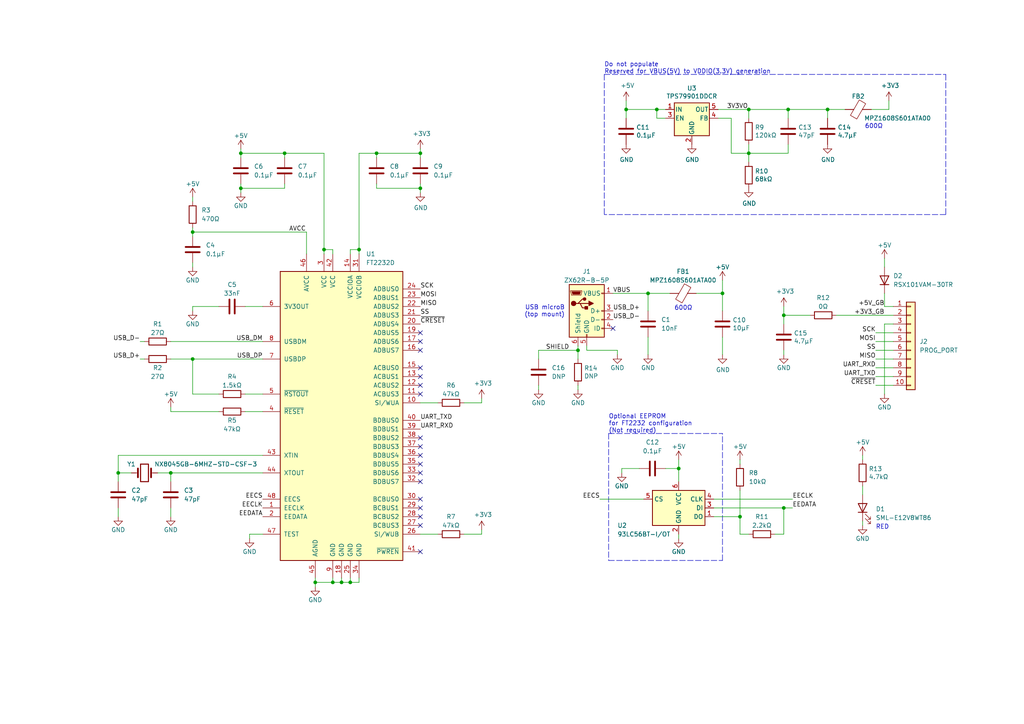
<source format=kicad_sch>
(kicad_sch (version 20211123) (generator eeschema)
  (paper "A4")
  (title_block (title "tsuraraGB Programmer PCB") (rev "A"))
  (lib_symbols
    (symbol "Connector:USB_B_Micro" (pin_names (offset 1.016))
      (property "Reference" "J" (at -5.08 11.43 0))
      (property "Value" "USB_B_Micro" (at -5.08 8.89 0))
      (symbol "USB_B_Micro_0_1"
        (rectangle (start -5.08 -7.62) (end 5.08 7.62) (stroke (width 0.254)) (fill (type background)))
        (circle (center -3.81 2.159) (radius 0.635) (stroke (width 0.254)) (fill (type outline)))
        (circle (center -0.635 3.429) (radius 0.381) (stroke (width 0.254)) (fill (type outline)))
        (rectangle (start -0.127 -7.62) (end 0.127 -6.858))
        (polyline (pts (xy -1.905 2.159) (xy 0.635 2.159)) (stroke (width 0.254)))
        (polyline (pts (xy -3.175 2.159) (xy -2.54 2.159) (xy -1.27 3.429) (xy -0.635 3.429)) (stroke (width 0.254)))
        (polyline (pts (xy -2.54 2.159) (xy -1.905 2.159) (xy -1.27 0.889) (xy 0 0.889)) (stroke (width 0.254)))
        (polyline (pts (xy 0.635 2.794) (xy 0.635 1.524) (xy 1.905 2.159) (xy 0.635 2.794)) (stroke (width 0.254)) (fill (type outline)))
        (polyline (pts (xy -4.318 5.588) (xy -1.778 5.588) (xy -2.032 4.826) (xy -4.064 4.826) (xy -4.318 5.588)) (fill (type outline)))
        (polyline (pts (xy -4.699 5.842) (xy -4.699 5.588) (xy -4.445 4.826) (xy -4.445 4.572) (xy -1.651 4.572) (xy -1.651 4.826) (xy -1.397 5.588) (xy -1.397 5.842) (xy -4.699 5.842)))
        (rectangle (start 0.254 1.27) (end -0.508 0.508) (stroke (width 0.254)) (fill (type outline)))
        (rectangle (start 5.08 -5.207) (end 4.318 -4.953))
        (rectangle (start 5.08 -2.667) (end 4.318 -2.413))
        (rectangle (start 5.08 -0.127) (end 4.318 0.127))
        (rectangle (start 5.08 4.953) (end 4.318 5.207))
      )
      (symbol "USB_B_Micro_1_1"
        (pin power_out line (at 7.62 5.08 180) (length 2.54) (name "VBUS") (number "1"))
        (pin bidirectional line (at 7.62 -2.54 180) (length 2.54) (name "D-") (number "2"))
        (pin bidirectional line (at 7.62 0 180) (length 2.54) (name "D+") (number "3"))
        (pin passive line (at 7.62 -5.08 180) (length 2.54) (name "ID") (number "4"))
        (pin power_out line (at 0 -10.16 90) (length 2.54) (name "GND") (number "5"))
        (pin passive line (at -2.54 -10.16 90) (length 2.54) (name "Shield") (number "6"))
      )
    )
    (symbol "Connector_Generic:Conn_01x10" (pin_names (offset 1.016) hide)
      (property "Reference" "J" (at 0 12.7 0))
      (property "Value" "Conn_01x10" (at 0 -15.24 0))
      (symbol "Conn_01x10_1_1"
        (rectangle (start -1.27 -12.573) (end 0 -12.827) (stroke (width 0.1524)))
        (rectangle (start -1.27 -10.033) (end 0 -10.287) (stroke (width 0.1524)))
        (rectangle (start -1.27 -7.493) (end 0 -7.747) (stroke (width 0.1524)))
        (rectangle (start -1.27 -4.953) (end 0 -5.207) (stroke (width 0.1524)))
        (rectangle (start -1.27 -2.413) (end 0 -2.667) (stroke (width 0.1524)))
        (rectangle (start -1.27 0.127) (end 0 -0.127) (stroke (width 0.1524)))
        (rectangle (start -1.27 2.667) (end 0 2.413) (stroke (width 0.1524)))
        (rectangle (start -1.27 5.207) (end 0 4.953) (stroke (width 0.1524)))
        (rectangle (start -1.27 7.747) (end 0 7.493) (stroke (width 0.1524)))
        (rectangle (start -1.27 10.287) (end 0 10.033) (stroke (width 0.1524)))
        (rectangle (start -1.27 11.43) (end 1.27 -13.97) (stroke (width 0.254)) (fill (type background)))
        (pin passive line (at -5.08 10.16 0) (length 3.81) (name "Pin_1") (number "1"))
        (pin passive line (at -5.08 -12.7 0) (length 3.81) (name "Pin_10") (number "10"))
        (pin passive line (at -5.08 7.62 0) (length 3.81) (name "Pin_2") (number "2"))
        (pin passive line (at -5.08 5.08 0) (length 3.81) (name "Pin_3") (number "3"))
        (pin passive line (at -5.08 2.54 0) (length 3.81) (name "Pin_4") (number "4"))
        (pin passive line (at -5.08 0 0) (length 3.81) (name "Pin_5") (number "5"))
        (pin passive line (at -5.08 -2.54 0) (length 3.81) (name "Pin_6") (number "6"))
        (pin passive line (at -5.08 -5.08 0) (length 3.81) (name "Pin_7") (number "7"))
        (pin passive line (at -5.08 -7.62 0) (length 3.81) (name "Pin_8") (number "8"))
        (pin passive line (at -5.08 -10.16 0) (length 3.81) (name "Pin_9") (number "9"))
      )
    )
    (symbol "Device:C" (pin_numbers hide) (pin_names (offset 0.254))
      (property "Reference" "C" (at 0.635 2.54 0))
      (property "Value" "C" (at 0.635 -2.54 0))
      (symbol "C_0_1"
        (polyline (pts (xy -2.032 -0.762) (xy 2.032 -0.762)) (stroke (width 0.508)))
        (polyline (pts (xy -2.032 0.762) (xy 2.032 0.762)) (stroke (width 0.508)))
      )
      (symbol "C_1_1"
        (pin passive line (at 0 3.81 270) (length 2.794) (name "~") (number "1"))
        (pin passive line (at 0 -3.81 90) (length 2.794) (name "~") (number "2"))
      )
    )
    (symbol "Device:Crystal" (pin_numbers hide) (pin_names (offset 1.016) hide)
      (property "Reference" "Y" (at 0 3.81 0))
      (property "Value" "Crystal" (at 0 -3.81 0))
      (symbol "Crystal_0_1"
        (rectangle (start -1.143 2.54) (end 1.143 -2.54) (stroke (width 0.3048)))
        (polyline (pts (xy -2.54 0) (xy -1.905 0)))
        (polyline (pts (xy -1.905 -1.27) (xy -1.905 1.27)) (stroke (width 0.508)))
        (polyline (pts (xy 1.905 -1.27) (xy 1.905 1.27)) (stroke (width 0.508)))
        (polyline (pts (xy 2.54 0) (xy 1.905 0)))
      )
      (symbol "Crystal_1_1"
        (pin passive line (at -3.81 0 0) (length 1.27) (name "1") (number "1"))
        (pin passive line (at 3.81 0 180) (length 1.27) (name "2") (number "2"))
      )
    )
    (symbol "Device:D" (pin_numbers hide) (pin_names (offset 1.016) hide)
      (property "Reference" "D" (at 0 2.54 0))
      (property "Value" "D" (at 0 -2.54 0))
      (symbol "D_0_1"
        (polyline (pts (xy -1.27 1.27) (xy -1.27 -1.27)) (stroke (width 0.254)))
        (polyline (pts (xy 1.27 0) (xy -1.27 0)))
        (polyline (pts (xy 1.27 1.27) (xy 1.27 -1.27) (xy -1.27 0) (xy 1.27 1.27)) (stroke (width 0.254)))
      )
      (symbol "D_1_1"
        (pin passive line (at -3.81 0 0) (length 2.54) (name "K") (number "1"))
        (pin passive line (at 3.81 0 180) (length 2.54) (name "A") (number "2"))
      )
    )
    (symbol "Device:FerriteBead" (pin_numbers hide) (pin_names (offset 0))
      (property "Reference" "FB" (at -3.81 0.635 90))
      (property "Value" "FerriteBead" (at 3.81 0 90))
      (symbol "FerriteBead_0_1"
        (polyline (pts (xy 0 -1.27) (xy 0 -1.2192)))
        (polyline (pts (xy 0 1.27) (xy 0 1.2954)))
        (polyline (pts (xy -2.7686 0.4064) (xy -1.7018 2.2606) (xy 2.7686 -0.3048) (xy 1.6764 -2.159) (xy -2.7686 0.4064)))
      )
      (symbol "FerriteBead_1_1"
        (pin passive line (at 0 3.81 270) (length 2.54) (name "~") (number "1"))
        (pin passive line (at 0 -3.81 90) (length 2.54) (name "~") (number "2"))
      )
    )
    (symbol "Device:LED" (pin_numbers hide) (pin_names (offset 1.016) hide)
      (property "Reference" "D" (at 0 2.54 0))
      (property "Value" "LED" (at 0 -2.54 0))
      (symbol "LED_0_1"
        (polyline (pts (xy -1.27 -1.27) (xy -1.27 1.27)) (stroke (width 0.254)))
        (polyline (pts (xy -1.27 0) (xy 1.27 0)))
        (polyline (pts (xy 1.27 -1.27) (xy 1.27 1.27) (xy -1.27 0) (xy 1.27 -1.27)) (stroke (width 0.254)))
        (polyline (pts (xy -3.048 -0.762) (xy -4.572 -2.286) (xy -3.81 -2.286) (xy -4.572 -2.286) (xy -4.572 -1.524)))
        (polyline (pts (xy -1.778 -0.762) (xy -3.302 -2.286) (xy -2.54 -2.286) (xy -3.302 -2.286) (xy -3.302 -1.524)))
      )
      (symbol "LED_1_1"
        (pin passive line (at -3.81 0 0) (length 2.54) (name "K") (number "1"))
        (pin passive line (at 3.81 0 180) (length 2.54) (name "A") (number "2"))
      )
    )
    (symbol "Device:R" (pin_numbers hide) (pin_names (offset 0))
      (property "Reference" "R" (at 2.032 0 90))
      (property "Value" "R" (at 0 0 90))
      (symbol "R_0_1"
        (rectangle (start -1.016 -2.54) (end 1.016 2.54) (stroke (width 0.254)))
      )
      (symbol "R_1_1"
        (pin passive line (at 0 3.81 270) (length 1.27) (name "~") (number "1"))
        (pin passive line (at 0 -3.81 90) (length 1.27) (name "~") (number "2"))
      )
    )
    (symbol "Interface_USB:FT2232D" (pin_names (offset 1.016))
      (property "Reference" "U" (at -16.51 44.45 0))
      (property "Value" "FT2232D" (at 13.97 44.45 0))
      (symbol "FT2232D_0_1"
        (rectangle (start -17.78 -40.64) (end 17.78 43.18) (stroke (width 0.254)) (fill (type background)))
      )
      (symbol "FT2232D_1_1"
        (pin output line (at -22.86 -25.4 0) (length 5.08) (name "EECLK") (number "1"))
        (pin bidirectional line (at 22.86 5.08 180) (length 5.08) (name "SI/WUA") (number "10"))
        (pin bidirectional line (at 22.86 7.62 180) (length 5.08) (name "ACBUS3") (number "11"))
        (pin bidirectional line (at 22.86 10.16 180) (length 5.08) (name "ACBUS2") (number "12"))
        (pin bidirectional line (at 22.86 12.7 180) (length 5.08) (name "ACBUS1") (number "13"))
        (pin power_in line (at 2.54 48.26 270) (length 5.08) (name "VCCIOA") (number "14"))
        (pin bidirectional line (at 22.86 15.24 180) (length 5.08) (name "ACBUS0") (number "15"))
        (pin bidirectional line (at 22.86 20.32 180) (length 5.08) (name "ADBUS7") (number "16"))
        (pin bidirectional line (at 22.86 22.86 180) (length 5.08) (name "ADBUS6") (number "17"))
        (pin power_in line (at 0 -45.72 90) (length 5.08) (name "GND") (number "18"))
        (pin bidirectional line (at 22.86 25.4 180) (length 5.08) (name "ADBUS5") (number "19"))
        (pin bidirectional line (at -22.86 -27.94 0) (length 5.08) (name "EEDATA") (number "2"))
        (pin bidirectional line (at 22.86 27.94 180) (length 5.08) (name "ADBUS4") (number "20"))
        (pin bidirectional line (at 22.86 30.48 180) (length 5.08) (name "ADBUS3") (number "21"))
        (pin bidirectional line (at 22.86 33.02 180) (length 5.08) (name "ADBUS2") (number "22"))
        (pin bidirectional line (at 22.86 35.56 180) (length 5.08) (name "ADBUS1") (number "23"))
        (pin bidirectional line (at 22.86 38.1 180) (length 5.08) (name "ADBUS0") (number "24"))
        (pin power_in line (at 2.54 -45.72 90) (length 5.08) (name "GND") (number "25"))
        (pin output line (at 22.86 -33.02 180) (length 5.08) (name "SI/WUB") (number "26"))
        (pin output line (at 22.86 -30.48 180) (length 5.08) (name "BCBUS3") (number "27"))
        (pin output line (at 22.86 -27.94 180) (length 5.08) (name "BCBUS2") (number "28"))
        (pin output line (at 22.86 -25.4 180) (length 5.08) (name "BCBUS1") (number "29"))
        (pin power_in line (at -5.08 48.26 270) (length 5.08) (name "VCC") (number "3"))
        (pin output line (at 22.86 -22.86 180) (length 5.08) (name "BCBUS0") (number "30"))
        (pin power_in line (at 5.08 48.26 270) (length 5.08) (name "VCCIOB") (number "31"))
        (pin output line (at 22.86 -17.78 180) (length 5.08) (name "BDBUS7") (number "32"))
        (pin output line (at 22.86 -15.24 180) (length 5.08) (name "BDBUS6") (number "33"))
        (pin power_in line (at 5.08 -45.72 90) (length 5.08) (name "GND") (number "34"))
        (pin output line (at 22.86 -12.7 180) (length 5.08) (name "BDBUS5") (number "35"))
        (pin output line (at 22.86 -10.16 180) (length 5.08) (name "BDBUS4") (number "36"))
        (pin output line (at 22.86 -7.62 180) (length 5.08) (name "BDBUS3") (number "37"))
        (pin output line (at 22.86 -5.08 180) (length 5.08) (name "BDBUS2") (number "38"))
        (pin output line (at 22.86 -2.54 180) (length 5.08) (name "BDBUS1") (number "39"))
        (pin input line (at -22.86 2.54 0) (length 5.08) (name "~{RESET}") (number "4"))
        (pin output line (at 22.86 0 180) (length 5.08) (name "BDBUS0") (number "40"))
        (pin output line (at 22.86 -38.1 180) (length 5.08) (name "~{PWREN}") (number "41"))
        (pin power_in line (at -2.54 48.26 270) (length 5.08) (name "VCC") (number "42"))
        (pin input line (at -22.86 -10.16 0) (length 5.08) (name "XTIN") (number "43"))
        (pin output line (at -22.86 -15.24 0) (length 5.08) (name "XTOUT") (number "44"))
        (pin power_in line (at -7.62 -45.72 90) (length 5.08) (name "AGND") (number "45"))
        (pin power_in line (at -10.16 48.26 270) (length 5.08) (name "AVCC") (number "46"))
        (pin input line (at -22.86 -33.02 0) (length 5.08) (name "TEST") (number "47"))
        (pin bidirectional line (at -22.86 -22.86 0) (length 5.08) (name "EECS") (number "48"))
        (pin output line (at -22.86 7.62 0) (length 5.08) (name "~{RSTOUT}") (number "5"))
        (pin power_out line (at -22.86 33.02 0) (length 5.08) (name "3V3OUT") (number "6"))
        (pin bidirectional line (at -22.86 17.78 0) (length 5.08) (name "USBDP") (number "7"))
        (pin bidirectional line (at -22.86 22.86 0) (length 5.08) (name "USBDM") (number "8"))
        (pin power_in line (at -2.54 -45.72 90) (length 5.08) (name "GND") (number "9"))
      )
    )
    (symbol "Memory_EEPROM:93LCxxBxxOT"
      (property "Reference" "U" (at -6.35 6.35 0))
      (property "Value" "93LCxxBxxOT" (at 7.62 -6.35 0))
      (symbol "93LCxxBxxOT_0_1"
        (rectangle (start -7.62 5.08) (end 7.62 -5.08) (stroke (width 0.254)) (fill (type background)))
      )
      (symbol "93LCxxBxxOT_1_1"
        (pin tri_state line (at 10.16 -2.54 180) (length 2.54) (name "DO") (number "1"))
        (pin power_in line (at 0 -7.62 90) (length 2.54) (name "GND") (number "2"))
        (pin input line (at 10.16 0 180) (length 2.54) (name "DI") (number "3"))
        (pin input line (at 10.16 2.54 180) (length 2.54) (name "CLK") (number "4"))
        (pin input line (at -10.16 2.54 0) (length 2.54) (name "CS") (number "5"))
        (pin power_in line (at 0 7.62 270) (length 2.54) (name "VCC") (number "6"))
      )
    )
    (symbol "TPS79901DDCR:TPS79901DDCR" (pin_names (offset 0.254))
      (property "Reference" "U" (at -3.81 5.715 0))
      (property "Value" "TPS79901DDCR" (at 0 5.715 0))
      (symbol "TPS79901DDCR_1_1"
        (rectangle (start 5.08 -5.08) (end -5.08 4.445) (stroke (width 0.254)) (fill (type background)))
        (pin power_in line (at -7.62 2.54 0) (length 2.54) (name "IN") (number "1"))
        (pin power_in line (at 0 -7.62 90) (length 2.54) (name "GND") (number "2"))
        (pin input line (at -7.62 0 0) (length 2.54) (name "EN") (number "3"))
        (pin input line (at 7.62 0 180) (length 2.54) (name "FB") (number "4"))
        (pin power_out line (at 7.62 2.54 180) (length 2.54) (name "OUT") (number "5"))
      )
    )
    (symbol "power:+3V3" (power) (pin_names (offset 0))
      (property "Value" "+3V3" (at 0 3.556 0))
      (symbol "+3V3_0_1"
        (polyline (pts (xy -0.762 1.27) (xy 0 2.54)))
        (polyline (pts (xy 0 0) (xy 0 2.54)))
        (polyline (pts (xy 0 2.54) (xy 0.762 1.27)))
      )
      (symbol "+3V3_1_1"
        (pin power_in line (at 0 0 90) (length 0) hide (name "+3V3") (number "1"))
      )
    )
    (symbol "power:+5V" (power) (pin_names (offset 0))
      (property "Value" "+5V" (at 0 3.556 0))
      (symbol "+5V_0_1"
        (polyline (pts (xy -0.762 1.27) (xy 0 2.54)))
        (polyline (pts (xy 0 0) (xy 0 2.54)))
        (polyline (pts (xy 0 2.54) (xy 0.762 1.27)))
      )
      (symbol "+5V_1_1"
        (pin power_in line (at 0 0 90) (length 0) hide (name "+5V") (number "1"))
      )
    )
    (symbol "power:GND" (power) (pin_names (offset 0))
      (property "Value" "GND" (at 0 -3.81 0))
      (symbol "GND_0_1"
        (polyline (pts (xy 0 0) (xy 0 -1.27) (xy 1.27 -1.27) (xy 0 -2.54) (xy -1.27 -1.27) (xy 0 -1.27)))
      )
      (symbol "GND_1_1"
        (pin power_in line (at 0 0 270) (length 0) hide (name "GND") (number "1"))
      )
    )
    (symbol "power:PWR_FLAG" (power) (pin_numbers hide) (pin_names (offset 0) hide)
      (property "Value" "PWR_FLAG" (at 0 3.81 0))
      (symbol "PWR_FLAG_0_0"
        (pin power_out line (at 0 0 90) (length 0) (name "pwr") (number "1"))
      )
      (symbol "PWR_FLAG_0_1"
        (polyline (pts (xy 0 0) (xy 0 1.27) (xy -1.016 1.905) (xy 0 2.54) (xy 1.016 1.905) (xy 0 1.27)))
      )
    )
  )
  (junction (at 167.64 101.6))
  (junction (at 217.17 44.45))
  (junction (at 227.33 91.44))
  (junction (at 101.6 168.91))
  (junction (at 121.92 44.45))
  (junction (at 34.29 137.16))
  (junction (at 55.88 104.14))
  (junction (at 209.55 85.09))
  (junction (at 217.17 31.75))
  (junction (at 214.63 149.86))
  (junction (at 228.6 31.75))
  (junction (at 99.06 168.91))
  (junction (at 227.33 147.32))
  (junction (at 91.44 168.91))
  (junction (at 104.14 72.39))
  (junction (at 82.55 44.45))
  (junction (at 69.85 44.45))
  (junction (at 109.22 44.45))
  (junction (at 181.61 31.75))
  (junction (at 69.85 54.61))
  (junction (at 55.88 67.31))
  (junction (at 240.03 31.75))
  (junction (at 187.96 85.09))
  (junction (at 190.5 31.75))
  (junction (at 93.98 72.39))
  (junction (at 96.52 168.91))
  (junction (at 121.92 54.61))
  (junction (at 49.53 137.16))
  (junction (at 196.85 135.89))
  (no_connect (at 177.8 95.25))
  (no_connect (at 121.92 96.52))
  (no_connect (at 121.92 99.06))
  (no_connect (at 121.92 101.6))
  (no_connect (at 121.92 106.68))
  (no_connect (at 121.92 109.22))
  (no_connect (at 121.92 111.76))
  (no_connect (at 121.92 114.3))
  (no_connect (at 121.92 127))
  (no_connect (at 121.92 160.02))
  (no_connect (at 121.92 139.7))
  (no_connect (at 121.92 132.08))
  (no_connect (at 121.92 134.62))
  (no_connect (at 121.92 137.16))
  (no_connect (at 121.92 129.54))
  (no_connect (at 121.92 144.78))
  (no_connect (at 121.92 147.32))
  (no_connect (at 121.92 149.86))
  (no_connect (at 121.92 152.4))
  (wire (pts (xy 82.55 44.45) (xy 69.85 44.45)))
  (wire (pts (xy 99.06 168.91) (xy 96.52 168.91)))
  (wire (pts (xy 256.54 114.3) (xy 256.54 93.98)))
  (wire (pts (xy 254 106.68) (xy 259.08 106.68)))
  (wire (pts (xy 49.53 147.32) (xy 49.53 149.86)))
  (wire (pts (xy 217.17 44.45) (xy 228.6 44.45)))
  (wire (pts (xy 187.96 85.09) (xy 194.31 85.09)))
  (wire (pts (xy 34.29 132.08) (xy 76.2 132.08)))
  (polyline (pts (xy 176.53 162.56) (xy 209.55 162.56)))
  (wire (pts (xy 88.9 67.31) (xy 88.9 73.66)))
  (wire (pts (xy 227.33 154.94) (xy 227.33 147.32)))
  (wire (pts (xy 55.88 76.2) (xy 55.88 77.47)))
  (wire (pts (xy 193.04 135.89) (xy 196.85 135.89)))
  (wire (pts (xy 121.92 53.34) (xy 121.92 54.61)))
  (wire (pts (xy 212.09 44.45) (xy 212.09 34.29)))
  (wire (pts (xy 69.85 53.34) (xy 69.85 54.61)))
  (wire (pts (xy 63.5 119.38) (xy 49.53 119.38)))
  (wire (pts (xy 49.53 104.14) (xy 55.88 104.14)))
  (wire (pts (xy 121.92 44.45) (xy 109.22 44.45)))
  (wire (pts (xy 224.79 154.94) (xy 227.33 154.94)))
  (wire (pts (xy 104.14 72.39) (xy 104.14 44.45)))
  (wire (pts (xy 40.64 104.14) (xy 41.91 104.14)))
  (polyline (pts (xy 175.26 21.59) (xy 274.32 21.59)))
  (polyline (pts (xy 209.55 162.56) (xy 209.55 125.73)))
  (wire (pts (xy 69.85 43.18) (xy 69.85 44.45)))
  (wire (pts (xy 254 96.52) (xy 259.08 96.52)))
  (wire (pts (xy 55.88 57.15) (xy 55.88 58.42)))
  (wire (pts (xy 55.88 66.04) (xy 55.88 67.31)))
  (wire (pts (xy 134.62 116.84) (xy 139.7 116.84)))
  (wire (pts (xy 170.18 101.6) (xy 179.07 101.6)))
  (wire (pts (xy 254 101.6) (xy 259.08 101.6)))
  (polyline (pts (xy 176.53 125.73) (xy 176.53 162.56)))
  (wire (pts (xy 170.18 100.33) (xy 170.18 101.6)))
  (wire (pts (xy 254 104.14) (xy 259.08 104.14)))
  (wire (pts (xy 187.96 85.09) (xy 187.96 90.17)))
  (wire (pts (xy 209.55 97.79) (xy 209.55 102.87)))
  (wire (pts (xy 256.54 74.93) (xy 256.54 77.47)))
  (wire (pts (xy 196.85 133.35) (xy 196.85 135.89)))
  (polyline (pts (xy 175.26 21.59) (xy 175.26 62.23)))
  (wire (pts (xy 82.55 44.45) (xy 93.98 44.45)))
  (wire (pts (xy 180.34 135.89) (xy 180.34 137.16)))
  (wire (pts (xy 185.42 135.89) (xy 180.34 135.89)))
  (wire (pts (xy 196.85 154.94) (xy 196.85 156.21)))
  (wire (pts (xy 173.99 144.78) (xy 186.69 144.78)))
  (wire (pts (xy 134.62 154.94) (xy 139.7 154.94)))
  (wire (pts (xy 212.09 34.29) (xy 208.28 34.29)))
  (polyline (pts (xy 176.53 125.73) (xy 209.55 125.73)))
  (wire (pts (xy 254 109.22) (xy 259.08 109.22)))
  (wire (pts (xy 121.92 54.61) (xy 121.92 55.88)))
  (wire (pts (xy 256.54 93.98) (xy 259.08 93.98)))
  (wire (pts (xy 190.5 34.29) (xy 190.5 31.75)))
  (wire (pts (xy 104.14 167.64) (xy 104.14 168.91)))
  (wire (pts (xy 121.92 116.84) (xy 127 116.84)))
  (wire (pts (xy 72.39 154.94) (xy 72.39 156.21)))
  (wire (pts (xy 179.07 101.6) (xy 179.07 102.87)))
  (wire (pts (xy 254 111.76) (xy 259.08 111.76)))
  (wire (pts (xy 93.98 44.45) (xy 93.98 72.39)))
  (wire (pts (xy 101.6 168.91) (xy 99.06 168.91)))
  (wire (pts (xy 254 99.06) (xy 259.08 99.06)))
  (wire (pts (xy 109.22 53.34) (xy 109.22 54.61)))
  (wire (pts (xy 99.06 167.64) (xy 99.06 168.91)))
  (wire (pts (xy 250.19 151.13) (xy 250.19 152.4)))
  (wire (pts (xy 55.88 88.9) (xy 63.5 88.9)))
  (wire (pts (xy 167.64 104.14) (xy 167.64 101.6)))
  (wire (pts (xy 187.96 97.79) (xy 187.96 102.87)))
  (wire (pts (xy 227.33 91.44) (xy 234.95 91.44)))
  (wire (pts (xy 96.52 167.64) (xy 96.52 168.91)))
  (wire (pts (xy 156.21 101.6) (xy 167.64 101.6)))
  (wire (pts (xy 69.85 54.61) (xy 69.85 55.88)))
  (wire (pts (xy 257.81 29.21) (xy 257.81 31.75)))
  (wire (pts (xy 34.29 147.32) (xy 34.29 149.86)))
  (wire (pts (xy 71.12 114.3) (xy 76.2 114.3)))
  (wire (pts (xy 167.64 100.33) (xy 167.64 101.6)))
  (wire (pts (xy 256.54 88.9) (xy 259.08 88.9)))
  (wire (pts (xy 121.92 45.72) (xy 121.92 44.45)))
  (wire (pts (xy 55.88 67.31) (xy 55.88 68.58)))
  (wire (pts (xy 156.21 111.76) (xy 156.21 113.03)))
  (wire (pts (xy 55.88 114.3) (xy 55.88 104.14)))
  (wire (pts (xy 217.17 41.91) (xy 217.17 44.45)))
  (wire (pts (xy 228.6 44.45) (xy 228.6 41.91)))
  (wire (pts (xy 208.28 31.75) (xy 217.17 31.75)))
  (wire (pts (xy 257.81 31.75) (xy 252.73 31.75)))
  (wire (pts (xy 209.55 81.28) (xy 209.55 85.09)))
  (wire (pts (xy 49.53 137.16) (xy 49.53 139.7)))
  (wire (pts (xy 156.21 104.14) (xy 156.21 101.6)))
  (wire (pts (xy 49.53 119.38) (xy 49.53 118.11)))
  (wire (pts (xy 34.29 132.08) (xy 34.29 137.16)))
  (wire (pts (xy 214.63 133.35) (xy 214.63 134.62)))
  (wire (pts (xy 228.6 31.75) (xy 240.03 31.75)))
  (wire (pts (xy 69.85 44.45) (xy 69.85 45.72)))
  (wire (pts (xy 91.44 167.64) (xy 91.44 168.91)))
  (wire (pts (xy 101.6 73.66) (xy 101.6 72.39)))
  (polyline (pts (xy 274.32 21.59) (xy 274.32 62.23)))
  (wire (pts (xy 181.61 31.75) (xy 190.5 31.75)))
  (wire (pts (xy 190.5 31.75) (xy 193.04 31.75)))
  (wire (pts (xy 196.85 135.89) (xy 196.85 139.7)))
  (wire (pts (xy 121.92 154.94) (xy 127 154.94)))
  (wire (pts (xy 217.17 44.45) (xy 217.17 46.99)))
  (wire (pts (xy 121.92 43.18) (xy 121.92 44.45)))
  (wire (pts (xy 227.33 147.32) (xy 229.87 147.32)))
  (wire (pts (xy 139.7 116.84) (xy 139.7 115.57)))
  (wire (pts (xy 82.55 45.72) (xy 82.55 44.45)))
  (wire (pts (xy 217.17 34.29) (xy 217.17 31.75)))
  (wire (pts (xy 181.61 29.21) (xy 181.61 31.75)))
  (wire (pts (xy 104.14 73.66) (xy 104.14 72.39)))
  (wire (pts (xy 76.2 154.94) (xy 72.39 154.94)))
  (wire (pts (xy 45.72 137.16) (xy 49.53 137.16)))
  (wire (pts (xy 214.63 142.24) (xy 214.63 149.86)))
  (wire (pts (xy 55.88 88.9) (xy 55.88 90.17)))
  (wire (pts (xy 96.52 73.66) (xy 96.52 72.39)))
  (wire (pts (xy 207.01 144.78) (xy 229.87 144.78)))
  (wire (pts (xy 214.63 154.94) (xy 217.17 154.94)))
  (wire (pts (xy 193.04 34.29) (xy 190.5 34.29)))
  (wire (pts (xy 167.64 111.76) (xy 167.64 113.03)))
  (wire (pts (xy 82.55 54.61) (xy 69.85 54.61)))
  (wire (pts (xy 227.33 91.44) (xy 227.33 88.9)))
  (wire (pts (xy 227.33 101.6) (xy 227.33 102.87)))
  (wire (pts (xy 71.12 119.38) (xy 76.2 119.38)))
  (wire (pts (xy 104.14 44.45) (xy 109.22 44.45)))
  (wire (pts (xy 101.6 168.91) (xy 104.14 168.91)))
  (wire (pts (xy 214.63 149.86) (xy 214.63 154.94)))
  (wire (pts (xy 109.22 44.45) (xy 109.22 45.72)))
  (wire (pts (xy 201.93 85.09) (xy 209.55 85.09)))
  (wire (pts (xy 38.1 137.16) (xy 34.29 137.16)))
  (wire (pts (xy 207.01 147.32) (xy 227.33 147.32)))
  (wire (pts (xy 91.44 168.91) (xy 96.52 168.91)))
  (wire (pts (xy 139.7 154.94) (xy 139.7 153.67)))
  (wire (pts (xy 96.52 72.39) (xy 93.98 72.39)))
  (wire (pts (xy 250.19 140.97) (xy 250.19 143.51)))
  (wire (pts (xy 71.12 88.9) (xy 76.2 88.9)))
  (wire (pts (xy 207.01 149.86) (xy 214.63 149.86)))
  (polyline (pts (xy 274.32 62.23) (xy 175.26 62.23)))
  (wire (pts (xy 101.6 167.64) (xy 101.6 168.91)))
  (wire (pts (xy 256.54 85.09) (xy 256.54 88.9)))
  (wire (pts (xy 55.88 67.31) (xy 88.9 67.31)))
  (wire (pts (xy 217.17 44.45) (xy 212.09 44.45)))
  (wire (pts (xy 63.5 114.3) (xy 55.88 114.3)))
  (wire (pts (xy 227.33 93.98) (xy 227.33 91.44)))
  (wire (pts (xy 82.55 53.34) (xy 82.55 54.61)))
  (wire (pts (xy 91.44 168.91) (xy 91.44 170.18)))
  (wire (pts (xy 49.53 137.16) (xy 76.2 137.16)))
  (wire (pts (xy 177.8 85.09) (xy 187.96 85.09)))
  (wire (pts (xy 240.03 31.75) (xy 245.11 31.75)))
  (wire (pts (xy 40.64 99.06) (xy 41.91 99.06)))
  (wire (pts (xy 49.53 99.06) (xy 76.2 99.06)))
  (wire (pts (xy 228.6 34.29) (xy 228.6 31.75)))
  (wire (pts (xy 93.98 72.39) (xy 93.98 73.66)))
  (wire (pts (xy 242.57 91.44) (xy 259.08 91.44)))
  (wire (pts (xy 250.19 132.08) (xy 250.19 133.35)))
  (wire (pts (xy 55.88 104.14) (xy 76.2 104.14)))
  (wire (pts (xy 217.17 31.75) (xy 228.6 31.75)))
  (wire (pts (xy 121.92 54.61) (xy 109.22 54.61)))
  (wire (pts (xy 209.55 85.09) (xy 209.55 90.17)))
  (wire (pts (xy 34.29 137.16) (xy 34.29 139.7)))
  (wire (pts (xy 181.61 34.29) (xy 181.61 31.75)))
  (wire (pts (xy 101.6 72.39) (xy 104.14 72.39)))
  (wire (pts (xy 240.03 31.75) (xy 240.03 34.29)))
  (text "600Ω" (at 195.58 90.17 0) (effects (font (size 1.27 1.27)) (justify left bottom)))
  (text "600Ω" (at 250.825 37.465 0) (effects (font (size 1.27 1.27)) (justify left bottom)))
  (text "USB microB\n(top mount)" (at 163.83 92.075 180) (effects (font (size 1.27 1.27)) (justify right bottom)))
  (text "RED" (at 254 153.67 0) (effects (font (size 1.27 1.27)) (justify left bottom)))
  (text "Do not populate\nReserved for VBUS(5V) to VDDIO(3.3V) generation" (at 175.26 21.59 0) (effects (font (size 1.27 1.27)) (justify left bottom)))
  (text "Optional EEPROM\nfor FT2232 configuration\n(Not required)" (at 176.53 125.73 0) (effects (font (size 1.27 1.27)) (justify left bottom)))
  (label "EEDATA" (at 76.2 149.86 180))
  (label "~{CRESET}" (at 121.92 93.98 0))
  (label "AVCC" (at 330.2 0 0))
  (label "VBUS" (at 177.8 85.09 0))
  (label "USB_D-" (at 177.8 92.71 0))
  (label "USB_D+" (at 177.8 90.17 0))
  (label "SS" (at 254 101.6 180))
  (label "MOSI" (at 121.92 86.36 0))
  (label "EECLK" (at 76.2 147.32 180))
  (label "UART_TXD" (at 254 109.22 180))
  (label "EEDATA" (at 229.87 147.32 0))
  (label "USB_DM" (at 76.2 99.06 180))
  (label "+5V_GB" (at 256.54 88.9 180))
  (label "MISO" (at 121.92 88.9 0))
  (label "AVCC" (at 83.82 67.31 0))
  (label "USB_DP" (at 76.2 104.14 180))
  (label "+3V3_GB" (at 256.54 91.44 180))
  (label "MISO" (at 254 104.14 180))
  (label "SCK" (at 121.92 83.82 0))
  (label "MOSI" (at 254 99.06 180))
  (label "UART_TXD" (at 121.92 121.92 0))
  (label "UART_RXD" (at 254 106.68 180))
  (label "SCK" (at 254 96.52 180))
  (label "EECS" (at 76.2 144.78 180))
  (label "3V3VO" (at 210.82 31.75 0))
  (label "SHIELD" (at 165.1 101.6 180))
  (label "USB_D+" (at 40.64 104.14 180))
  (label "EECS" (at 173.99 144.78 180))
  (label "~{CRESET}" (at 254 111.76 180))
  (label "SS" (at 121.92 91.44 0))
  (label "EECLK" (at 229.87 144.78 0))
  (label "UART_RXD" (at 121.92 124.46 0))
  (label "USB_D-" (at 40.64 99.06 180))
  (symbol (lib_id "Device:FerriteBead") (at 198.12 85.09 270) (unit 1)
    (property "Reference" "FB1" (at 198.12 78.74 90))
    (property "Value" "MPZ1608S601ATA00" (at 198.12 81.28 90))
    (property "Footprint" "Inductor_SMD:L_0603_1608Metric" (effects hide))
  )
  (symbol (lib_id "power:+3V3") (at 257.81 29.21 0) (unit 1)
    (property "Reference" "#PWR031" (effects hide))
    (property "Value" "+3V3" (at 258.191 24.8158 0))
  )
  (symbol (lib_id "Device:R") (at 67.31 114.3 90) (unit 1)
    (property "Reference" "R4" (at 67.31 109.22 90))
    (property "Value" "1.5kΩ" (at 67.31 111.76 90))
    (property "Footprint" "Resistor_SMD:R_0402_1005Metric" (effects hide))
  )
  (symbol (lib_id "power:GND") (at 121.92 55.88 0) (unit 1)
    (property "Reference" "#PWR015" (effects hide))
    (property "Value" "GND" (at 122.047 60.2742 0))
  )
  (symbol (lib_id "power:PWR_FLAG") (at 304.8 0 180) (unit 1)
    (property "Reference" "#FLG01" (effects hide))
    (property "Value" "PWR_FLAG" (at 304.8 5.08 0))
  )
  (symbol (lib_id "power:GND") (at 240.03 41.91 0) (unit 1)
    (property "Reference" "#PWR030" (effects hide))
    (property "Value" "GND" (at 240.157 46.3042 0))
  )
  (symbol (lib_id "Memory_EEPROM:93LCxxBxxOT") (at 196.85 147.32 0) (unit 1)
    (property "Reference" "U2" (at 179.07 152.4 0) (effects (justify left)))
    (property "Value" "93LC56BT-I/OT" (at 179.07 154.94 0) (effects (justify left)))
    (property "Footprint" "Package_TO_SOT_SMD:SOT-23-6" (effects hide))
    (property "Datasheet" "http://ww1.microchip.com/downloads/en/DeviceDoc/20001749K.pdf" (effects hide))
  )
  (symbol (lib_id "power:GND") (at 217.17 54.61 0) (unit 1)
    (property "Reference" "#PWR029" (effects hide))
    (property "Value" "GND" (at 217.297 59.0042 0))
  )
  (symbol (lib_id "Device:R") (at 67.31 119.38 270) (unit 1)
    (property "Reference" "R5" (at 67.31 121.92 90))
    (property "Value" "47kΩ" (at 67.31 124.46 90))
    (property "Footprint" "Resistor_SMD:R_0402_1005Metric" (effects hide))
  )
  (symbol (lib_id "Device:R") (at 167.64 107.95 0) (unit 1)
    (property "Reference" "R14" (at 169.418 106.7816 0) (effects (justify left)))
    (property "Value" "DNP" (at 169.418 109.093 0) (effects (justify left)))
    (property "Footprint" "Resistor_SMD:R_0402_1005Metric" (effects hide))
  )
  (symbol (lib_id "power:+5V") (at 214.63 133.35 0) (unit 1)
    (property "Reference" "#PWR025" (effects hide))
    (property "Value" "+5V" (at 214.63 129.54 0))
  )
  (symbol (lib_id "power:GND") (at 34.29 149.86 0) (unit 1)
    (property "Reference" "#PWR04" (effects hide))
    (property "Value" "GND" (at 34.29 153.67 0))
  )
  (symbol (lib_id "power:GND") (at 181.61 41.91 0) (unit 1)
    (property "Reference" "#PWR020" (effects hide))
    (property "Value" "GND" (at 181.737 46.3042 0))
  )
  (symbol (lib_id "Device:C") (at 209.55 93.98 0) (unit 1)
    (property "Reference" "C10" (at 212.471 92.8116 0) (effects (justify left)))
    (property "Value" "10μF" (at 212.471 95.123 0) (effects (justify left)))
    (property "Footprint" "Capacitor_SMD:C_0603_1608Metric" (effects hide))
  )
  (symbol (lib_id "power:GND") (at 227.33 102.87 0) (unit 1)
    (property "Reference" "#PWR033" (effects hide))
    (property "Value" "GND" (at 227.33 106.68 0))
  )
  (symbol (lib_id "Device:D") (at 256.54 81.28 90) (unit 1)
    (property "Reference" "D2" (at 259.08 80.0099 90) (effects (justify right)))
    (property "Value" "RSX101VAM-30TR" (at 259.08 82.5499 90) (effects (justify right)))
    (property "Footprint" "Diode_SMD:D_TUMD2" (effects hide))
  )
  (symbol (lib_id "power:GND") (at 91.44 170.18 0) (unit 1)
    (property "Reference" "#PWR013" (effects hide))
    (property "Value" "GND" (at 91.44 173.99 0))
  )
  (symbol (lib_id "power:+3V3") (at 139.7 115.57 0) (unit 1)
    (property "Reference" "#PWR016" (effects hide))
    (property "Value" "+3V3" (at 140.081 111.1758 0))
  )
  (symbol (lib_id "Device:R") (at 250.19 137.16 0) (unit 1)
    (property "Reference" "R13" (at 251.968 135.9916 0) (effects (justify left)))
    (property "Value" "4.7kΩ" (at 251.968 138.303 0) (effects (justify left)))
    (property "Footprint" "Resistor_SMD:R_0402_1005Metric" (effects hide))
  )
  (symbol (lib_id "power:GND") (at 256.54 114.3 0) (unit 1)
    (property "Reference" "#PWR027" (effects hide))
    (property "Value" "GND" (at 256.54 118.11 0))
  )
  (symbol (lib_id "power:+5V") (at 250.19 132.08 0) (unit 1)
    (property "Reference" "#PWR035" (effects hide))
    (property "Value" "+5V" (at 250.19 128.27 0))
  )
  (symbol (lib_id "power:GND") (at 180.34 137.16 0) (unit 1)
    (property "Reference" "#PWR021" (effects hide))
    (property "Value" "GND" (at 180.34 140.97 0))
  )
  (symbol (lib_id "power:+5V") (at 55.88 57.15 0) (unit 1)
    (property "Reference" "#PWR07" (effects hide))
    (property "Value" "+5V" (at 55.88 53.34 0))
  )
  (symbol (lib_id "power:+5V") (at 256.54 74.93 0) (unit 1)
    (property "Reference" "#PWR026" (effects hide))
    (property "Value" "+5V" (at 256.54 71.12 0))
  )
  (symbol (lib_id "Device:R") (at 217.17 50.8 0) (unit 1)
    (property "Reference" "R10" (at 218.948 49.6316 0) (effects (justify left)))
    (property "Value" "68kΩ" (at 218.948 51.943 0) (effects (justify left)))
    (property "Footprint" "Resistor_SMD:R_0402_1005Metric" (effects hide))
  )
  (symbol (lib_id "power:+5V") (at 196.85 133.35 0) (unit 1)
    (property "Reference" "#PWR022" (effects hide))
    (property "Value" "+5V" (at 196.85 129.54 0))
  )
  (symbol (lib_id "Device:C") (at 34.29 143.51 0) (unit 1)
    (property "Reference" "C2" (at 38.1 142.2399 0) (effects (justify left)))
    (property "Value" "47pF" (at 38.1 144.7799 0) (effects (justify left)))
    (property "Footprint" "Capacitor_SMD:C_0402_1005Metric" (effects hide))
  )
  (symbol (lib_id "power:GND") (at 200.66 41.91 0) (unit 1)
    (property "Reference" "#PWR024" (effects hide))
    (property "Value" "GND" (at 200.787 46.3042 0))
  )
  (symbol (lib_id "Device:C") (at 55.88 72.39 0) (unit 1)
    (property "Reference" "C4" (at 59.69 71.1199 0) (effects (justify left)))
    (property "Value" "0.1μF" (at 59.69 73.6599 0) (effects (justify left)))
    (property "Footprint" "Capacitor_SMD:C_0402_1005Metric" (effects hide))
  )
  (symbol (lib_id "power:GND") (at 167.64 113.03 0) (unit 1)
    (property "Reference" "#PWR037" (effects hide))
    (property "Value" "GND" (at 167.64 116.84 0))
  )
  (symbol (lib_id "Device:C") (at 49.53 143.51 0) (unit 1)
    (property "Reference" "C3" (at 53.34 142.2399 0) (effects (justify left)))
    (property "Value" "47pF" (at 53.34 144.7799 0) (effects (justify left)))
    (property "Footprint" "Capacitor_SMD:C_0402_1005Metric" (effects hide))
  )
  (symbol (lib_id "Device:C") (at 109.22 49.53 0) (unit 1)
    (property "Reference" "C8" (at 113.03 48.2599 0) (effects (justify left)))
    (property "Value" "0.1μF" (at 113.03 50.7999 0) (effects (justify left)))
    (property "Footprint" "Capacitor_SMD:C_0402_1005Metric" (effects hide))
  )
  (symbol (lib_id "power:GND") (at 196.85 156.21 0) (unit 1)
    (property "Reference" "#PWR023" (effects hide))
    (property "Value" "GND" (at 196.85 160.02 0))
  )
  (symbol (lib_id "Device:R") (at 55.88 62.23 180) (unit 1)
    (property "Reference" "R3" (at 58.42 60.9599 0) (effects (justify right)))
    (property "Value" "470Ω" (at 58.42 63.4999 0) (effects (justify right)))
    (property "Footprint" "Resistor_SMD:R_0402_1005Metric" (effects hide))
  )
  (symbol (lib_id "Device:C") (at 67.31 88.9 90) (unit 1)
    (property "Reference" "C5" (at 67.31 82.55 90))
    (property "Value" "33nF" (at 67.31 85.09 90))
    (property "Footprint" "Capacitor_SMD:C_0402_1005Metric" (effects hide))
  )
  (symbol (lib_id "power:GND") (at 156.21 113.03 0) (unit 1)
    (property "Reference" "#PWR038" (effects hide))
    (property "Value" "GND" (at 156.21 116.84 0))
  )
  (symbol (lib_id "power:PWR_FLAG") (at 330.2 0 180) (unit 1)
    (property "Reference" "#FLG03" (effects hide))
    (property "Value" "PWR_FLAG" (at 330.2 5.08 0))
  )
  (symbol (lib_id "Device:R") (at 130.81 116.84 90) (unit 1)
    (property "Reference" "R6" (at 130.81 111.76 90))
    (property "Value" "47kΩ" (at 130.81 114.3 90))
    (property "Footprint" "Resistor_SMD:R_0402_1005Metric" (effects hide))
  )
  (symbol (lib_id "Device:R") (at 130.81 154.94 90) (unit 1)
    (property "Reference" "R7" (at 130.81 149.86 90))
    (property "Value" "47kΩ" (at 130.81 152.4 90))
    (property "Footprint" "Resistor_SMD:R_0402_1005Metric" (effects hide))
  )
  (symbol (lib_id "power:GND") (at 250.19 152.4 0) (unit 1)
    (property "Reference" "#PWR036" (effects hide))
    (property "Value" "GND" (at 250.19 156.21 0))
  )
  (symbol (lib_id "power:+5V") (at 69.85 43.18 0) (unit 1)
    (property "Reference" "#PWR010" (effects hide))
    (property "Value" "+5V" (at 69.85 39.37 0))
  )
  (symbol (lib_id "Device:LED") (at 250.19 147.32 90) (unit 1)
    (property "Reference" "D1" (at 254 147.6374 90) (effects (justify right)))
    (property "Value" "SML-E12V8WT86" (at 254 150.1774 90) (effects (justify right)))
    (property "Footprint" "LED_Addition:LED_0603_1608Metric_Castellated" (effects hide))
  )
  (symbol (lib_id "power:+3V3") (at 227.33 88.9 0) (unit 1)
    (property "Reference" "#PWR034" (effects hide))
    (property "Value" "+3V3" (at 227.711 84.5058 0))
  )
  (symbol (lib_id "power:+3V3") (at 121.92 43.18 0) (unit 1)
    (property "Reference" "#PWR014" (effects hide))
    (property "Value" "+3V3" (at 122.301 38.7858 0))
  )
  (symbol (lib_id "power:GND") (at 69.85 55.88 0) (unit 1)
    (property "Reference" "#PWR011" (effects hide))
    (property "Value" "GND" (at 69.85 59.69 0))
  )
  (symbol (lib_id "power:+5V") (at 49.53 118.11 0) (unit 1)
    (property "Reference" "#PWR05" (effects hide))
    (property "Value" "+5V" (at 49.53 114.3 0))
  )
  (symbol (lib_id "power:GND") (at 179.07 102.87 0) (unit 1)
    (property "Reference" "#PWR01" (effects hide))
    (property "Value" "GND" (at 179.07 106.68 0))
  )
  (symbol (lib_id "Device:R") (at 238.76 91.44 90) (unit 1)
    (property "Reference" "R12" (at 238.76 86.36 90))
    (property "Value" "0Ω" (at 238.76 88.9 90))
    (property "Footprint" "Resistor_SMD:R_0603_1608Metric" (effects hide))
  )
  (symbol (lib_id "Device:C") (at 181.61 38.1 0) (unit 1)
    (property "Reference" "C11" (at 184.531 36.9316 0) (effects (justify left)))
    (property "Value" "0.1μF" (at 184.531 39.243 0) (effects (justify left)))
    (property "Footprint" "Capacitor_SMD:C_0402_1005Metric" (effects hide))
  )
  (symbol (lib_id "Device:R") (at 45.72 99.06 90) (unit 1)
    (property "Reference" "R1" (at 45.72 93.98 90))
    (property "Value" "27Ω" (at 45.72 96.52 90))
    (property "Footprint" "Resistor_SMD:R_0402_1005Metric" (effects hide))
  )
  (symbol (lib_id "Connector_Generic:Conn_01x10") (at 264.16 99.06 0) (unit 1)
    (property "Reference" "J2" (at 266.7 99.0599 0) (effects (justify left)))
    (property "Value" "PROG_PORT" (at 266.7 101.5999 0) (effects (justify left)))
    (property "Footprint" "Pin_Sidemount:PinSocket_1x10_P2.54_Sidemount" (effects hide))
  )
  (symbol (lib_id "Device:R") (at 214.63 138.43 180) (unit 1)
    (property "Reference" "R8" (at 217.17 137.1599 0) (effects (justify right)))
    (property "Value" "10kΩ" (at 217.17 139.6999 0) (effects (justify right)))
    (property "Footprint" "Resistor_SMD:R_0402_1005Metric" (effects hide))
  )
  (symbol (lib_id "Device:C") (at 240.03 38.1 0) (unit 1)
    (property "Reference" "C14" (at 242.951 36.9316 0) (effects (justify left)))
    (property "Value" "4.7μF" (at 242.951 39.243 0) (effects (justify left)))
    (property "Footprint" "Capacitor_SMD:C_0402_1005Metric" (effects hide))
  )
  (symbol (lib_id "Device:C") (at 82.55 49.53 0) (unit 1)
    (property "Reference" "C7" (at 86.36 48.2599 0) (effects (justify left)))
    (property "Value" "0.1μF" (at 86.36 50.7999 0) (effects (justify left)))
    (property "Footprint" "Capacitor_SMD:C_0402_1005Metric" (effects hide))
  )
  (symbol (lib_id "Device:C") (at 121.92 49.53 0) (unit 1)
    (property "Reference" "C9" (at 125.73 48.2599 0) (effects (justify left)))
    (property "Value" "0.1μF" (at 125.73 50.7999 0) (effects (justify left)))
    (property "Footprint" "Capacitor_SMD:C_0402_1005Metric" (effects hide))
  )
  (symbol (lib_id "Device:Crystal") (at 41.91 137.16 0) (unit 1)
    (property "Reference" "Y1" (at 38.1 134.62 0))
    (property "Value" "NX8045GB-6MHZ-STD-CSF-3" (at 59.69 134.62 0))
    (property "Footprint" "Crystal:Crystal_SMD_TXC_AX_8045-2Pin_8.0x4.5mm" (effects hide))
  )
  (symbol (lib_id "power:PWR_FLAG") (at 317.5 0 180) (unit 1)
    (property "Reference" "#FLG02" (effects hide))
    (property "Value" "PWR_FLAG" (at 317.5 5.08 0))
  )
  (symbol (lib_id "power:GND") (at 72.39 156.21 0) (unit 1)
    (property "Reference" "#PWR012" (effects hide))
    (property "Value" "GND" (at 72.39 160.02 0))
  )
  (symbol (lib_id "Device:R") (at 45.72 104.14 270) (unit 1)
    (property "Reference" "R2" (at 45.72 106.68 90))
    (property "Value" "27Ω" (at 45.72 109.22 90))
    (property "Footprint" "Resistor_SMD:R_0402_1005Metric" (effects hide))
  )
  (symbol (lib_id "power:GND") (at 209.55 102.87 0) (unit 1)
    (property "Reference" "#PWR019" (effects hide))
    (property "Value" "GND" (at 209.677 107.2642 0))
  )
  (symbol (lib_id "Connector:USB_B_Micro") (at 170.18 90.17 0) (unit 1)
    (property "Reference" "J1" (at 170.18 78.74 0))
    (property "Value" "ZX62R-B-5P" (at 170.18 81.28 0))
    (property "Footprint" "ZX62R-B-5P:ZX62R-B-5P" (effects hide))
  )
  (symbol (lib_id "power:GND") (at 55.88 77.47 0) (unit 1)
    (property "Reference" "#PWR08" (effects hide))
    (property "Value" "GND" (at 55.88 81.28 0))
  )
  (symbol (lib_id "Device:C") (at 228.6 38.1 0) (unit 1)
    (property "Reference" "C13" (at 231.521 36.9316 0) (effects (justify left)))
    (property "Value" "47pF" (at 231.521 39.243 0) (effects (justify left)))
    (property "Footprint" "Capacitor_SMD:C_0402_1005Metric" (effects hide))
  )
  (symbol (lib_id "power:+3V3") (at 317.5 0 0) (unit 1)
    (property "Reference" "#PWR032" (effects hide))
    (property "Value" "+3V3" (at 317.881 -4.3942 0))
  )
  (symbol (lib_id "power:+5V") (at 304.8 0 0) (unit 1)
    (property "Reference" "#PWR028" (effects hide))
    (property "Value" "+5V" (at 304.8 -3.81 0))
  )
  (symbol (lib_id "Device:R") (at 217.17 38.1 0) (unit 1)
    (property "Reference" "R9" (at 218.948 36.9316 0) (effects (justify left)))
    (property "Value" "120kΩ" (at 218.948 39.243 0) (effects (justify left)))
    (property "Footprint" "Resistor_SMD:R_0402_1005Metric" (effects hide))
  )
  (symbol (lib_id "Device:C") (at 227.33 97.79 0) (unit 1)
    (property "Reference" "C15" (at 230.251 96.6216 0) (effects (justify left)))
    (property "Value" "4.7μF" (at 230.251 98.933 0) (effects (justify left)))
    (property "Footprint" "Capacitor_SMD:C_0603_1608Metric" (effects hide))
  )
  (symbol (lib_id "power:+3V3") (at 139.7 153.67 0) (unit 1)
    (property "Reference" "#PWR017" (effects hide))
    (property "Value" "+3V3" (at 140.081 149.2758 0))
  )
  (symbol (lib_id "Device:C") (at 187.96 93.98 0) (unit 1)
    (property "Reference" "C1" (at 191.77 92.7099 0) (effects (justify left)))
    (property "Value" "10nF" (at 191.77 95.2499 0) (effects (justify left)))
    (property "Footprint" "Capacitor_SMD:C_0402_1005Metric" (effects hide))
  )
  (symbol (lib_id "power:GND") (at 187.96 102.87 0) (unit 1)
    (property "Reference" "#PWR03" (effects hide))
    (property "Value" "GND" (at 187.96 106.68 0))
  )
  (symbol (lib_id "Device:C") (at 189.23 135.89 90) (unit 1)
    (property "Reference" "C12" (at 189.23 128.27 90))
    (property "Value" "0.1μF" (at 189.23 130.81 90))
    (property "Footprint" "Capacitor_SMD:C_0402_1005Metric" (effects hide))
  )
  (symbol (lib_id "Device:FerriteBead") (at 248.92 31.75 90) (unit 1)
    (property "Reference" "FB2" (at 248.92 27.94 90))
    (property "Value" "MPZ1608S601ATA00" (at 260.35 34.29 90))
    (property "Footprint" "Inductor_SMD:L_0603_1608Metric" (effects hide))
  )
  (symbol (lib_id "power:+5V") (at 181.61 29.21 0) (unit 1)
    (property "Reference" "#PWR018" (effects hide))
    (property "Value" "+5V" (at 181.991 24.8158 0))
  )
  (symbol (lib_id "Device:R") (at 220.98 154.94 90) (unit 1)
    (property "Reference" "R11" (at 220.98 149.86 90))
    (property "Value" "2.2kΩ" (at 220.98 152.4 90))
    (property "Footprint" "Resistor_SMD:R_0402_1005Metric" (effects hide))
  )
  (symbol (lib_id "Device:C") (at 69.85 49.53 0) (unit 1)
    (property "Reference" "C6" (at 73.66 48.2599 0) (effects (justify left)))
    (property "Value" "0.1μF" (at 73.66 50.7999 0) (effects (justify left)))
    (property "Footprint" "Capacitor_SMD:C_0402_1005Metric" (effects hide))
  )
  (symbol (lib_id "power:+5V") (at 209.55 81.28 0) (unit 1)
    (property "Reference" "#PWR02" (effects hide))
    (property "Value" "+5V" (at 209.55 77.47 0))
  )
  (symbol (lib_id "Device:C") (at 156.21 107.95 0) (mirror y) (unit 1)
    (property "Reference" "C16" (at 160.02 106.6799 0) (effects (justify right)))
    (property "Value" "DNP" (at 160.02 109.2199 0) (effects (justify right)))
    (property "Footprint" "Capacitor_SMD:C_0402_1005Metric" (effects hide))
  )
  (symbol (lib_id "power:GND") (at 55.88 90.17 0) (unit 1)
    (property "Reference" "#PWR09" (effects hide))
    (property "Value" "GND" (at 55.88 93.98 0))
  )
  (symbol (lib_id "Interface_USB:FT2232D") (at 99.06 121.92 0) (unit 1)
    (property "Reference" "U1" (at 106.1594 73.66 0) (effects (justify left)))
    (property "Value" "FT2232D" (at 106.1594 76.2 0) (effects (justify left)))
    (property "Footprint" "Package_QFP:LQFP-48_7x7mm_P0.5mm" (effects hide))
    (property "Datasheet" "http://www.ftdichip.com/Support/Documents/DataSheets/ICs/DS_FT2232D.pdf" (effects hide))
  )
  (symbol (lib_id "TPS79901DDCR:TPS79901DDCR") (at 200.66 34.29 0) (unit 1)
    (property "Reference" "U3" (at 200.66 25.6032 0))
    (property "Value" "TPS79901DDCR" (at 200.66 27.9146 0))
    (property "Footprint" "Package_TO_SOT_SMD:SOT-23-5" (effects hide))
  )
  (symbol (lib_id "power:GND") (at 49.53 149.86 0) (unit 1)
    (property "Reference" "#PWR06" (effects hide))
    (property "Value" "GND" (at 49.53 153.67 0))
  )
)
</source>
